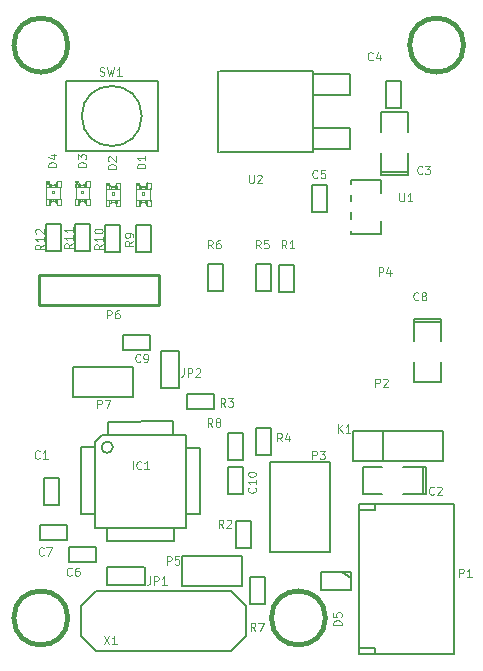
<source format=gto>
G04 (created by PCBNEW (2013-03-19 BZR 4004)-stable) date 11/06/2013 19:40:29*
%MOIN*%
G04 Gerber Fmt 3.4, Leading zero omitted, Abs format*
%FSLAX34Y34*%
G01*
G70*
G90*
G04 APERTURE LIST*
%ADD10C,2.3622e-006*%
%ADD11C,0.006*%
%ADD12C,0.005*%
%ADD13C,0.0026*%
%ADD14C,0.004*%
%ADD15C,0.002*%
%ADD16C,0.008*%
%ADD17C,0.015*%
%ADD18C,0.01*%
%ADD19C,0.00787402*%
%ADD20C,0.0075*%
%ADD21C,0.00393701*%
G04 APERTURE END LIST*
G54D10*
G54D11*
X44568Y-39600D02*
X44118Y-39600D01*
X44568Y-37420D02*
X44128Y-37420D01*
X44568Y-39600D02*
X44568Y-37420D01*
X43688Y-40070D02*
X43688Y-40500D01*
X41478Y-40080D02*
X41478Y-40500D01*
X41468Y-40500D02*
X43688Y-40510D01*
X41488Y-36530D02*
X43658Y-36520D01*
X41058Y-37220D02*
X41058Y-40050D01*
X43668Y-36530D02*
X43668Y-36940D01*
X41308Y-36980D02*
X44088Y-36980D01*
X44108Y-40060D02*
X44108Y-37020D01*
X41058Y-40060D02*
X44058Y-40060D01*
X40608Y-37390D02*
X40608Y-39610D01*
X40608Y-39610D02*
X41058Y-39610D01*
X41062Y-37210D02*
X41292Y-36980D01*
X40610Y-37390D02*
X41062Y-37390D01*
X41488Y-36980D02*
X41488Y-36528D01*
X41658Y-37384D02*
G75*
G03X41658Y-37384I-188J0D01*
G74*
G01*
G54D12*
X51986Y-38956D02*
X52086Y-38956D01*
X52086Y-38956D02*
X52086Y-38056D01*
X52086Y-38056D02*
X51986Y-38056D01*
X51986Y-38956D02*
X51986Y-38056D01*
X51986Y-38056D02*
X51336Y-38056D01*
X50636Y-38956D02*
X49986Y-38956D01*
X49986Y-38956D02*
X49986Y-38056D01*
X49986Y-38056D02*
X50636Y-38056D01*
X51336Y-38956D02*
X51986Y-38956D01*
X50590Y-28210D02*
X50590Y-28310D01*
X50590Y-28310D02*
X51490Y-28310D01*
X51490Y-28310D02*
X51490Y-28210D01*
X50590Y-28210D02*
X51490Y-28210D01*
X51490Y-28210D02*
X51490Y-27560D01*
X50590Y-26860D02*
X50590Y-26210D01*
X50590Y-26210D02*
X51490Y-26210D01*
X51490Y-26210D02*
X51490Y-26860D01*
X50590Y-27560D02*
X50590Y-28210D01*
X39356Y-39312D02*
X39356Y-38412D01*
X39356Y-38412D02*
X39856Y-38412D01*
X39856Y-38412D02*
X39856Y-39312D01*
X39856Y-39312D02*
X39356Y-39312D01*
X51260Y-25180D02*
X51260Y-26080D01*
X51260Y-26080D02*
X50760Y-26080D01*
X50760Y-26080D02*
X50760Y-25180D01*
X50760Y-25180D02*
X51260Y-25180D01*
X48800Y-28630D02*
X48800Y-29530D01*
X48800Y-29530D02*
X48300Y-29530D01*
X48300Y-29530D02*
X48300Y-28630D01*
X48300Y-28630D02*
X48800Y-28630D01*
X40192Y-40702D02*
X41092Y-40702D01*
X41092Y-40702D02*
X41092Y-41202D01*
X41092Y-41202D02*
X40192Y-41202D01*
X40192Y-41202D02*
X40192Y-40702D01*
X40140Y-40486D02*
X39240Y-40486D01*
X39240Y-40486D02*
X39240Y-39986D01*
X39240Y-39986D02*
X40140Y-39986D01*
X40140Y-39986D02*
X40140Y-40486D01*
X47196Y-32210D02*
X47196Y-31310D01*
X47196Y-31310D02*
X47696Y-31310D01*
X47696Y-31310D02*
X47696Y-32210D01*
X47696Y-32210D02*
X47196Y-32210D01*
X46250Y-39838D02*
X46250Y-40738D01*
X46250Y-40738D02*
X45750Y-40738D01*
X45750Y-40738D02*
X45750Y-39838D01*
X45750Y-39838D02*
X46250Y-39838D01*
X44140Y-35620D02*
X45040Y-35620D01*
X45040Y-35620D02*
X45040Y-36120D01*
X45040Y-36120D02*
X44140Y-36120D01*
X44140Y-36120D02*
X44140Y-35620D01*
X46434Y-37634D02*
X46434Y-36734D01*
X46434Y-36734D02*
X46934Y-36734D01*
X46934Y-36734D02*
X46934Y-37634D01*
X46934Y-37634D02*
X46434Y-37634D01*
X46416Y-32190D02*
X46416Y-31290D01*
X46416Y-31290D02*
X46916Y-31290D01*
X46916Y-31290D02*
X46916Y-32190D01*
X46916Y-32190D02*
X46416Y-32190D01*
X44838Y-32188D02*
X44838Y-31288D01*
X44838Y-31288D02*
X45338Y-31288D01*
X45338Y-31288D02*
X45338Y-32188D01*
X45338Y-32188D02*
X44838Y-32188D01*
G54D13*
X42788Y-28764D02*
X42916Y-28764D01*
X42916Y-28764D02*
X42916Y-28567D01*
X42788Y-28567D02*
X42916Y-28567D01*
X42788Y-28764D02*
X42788Y-28567D01*
X42543Y-28764D02*
X42602Y-28764D01*
X42602Y-28764D02*
X42602Y-28665D01*
X42543Y-28665D02*
X42602Y-28665D01*
X42543Y-28764D02*
X42543Y-28665D01*
X42738Y-28764D02*
X42797Y-28764D01*
X42797Y-28764D02*
X42797Y-28665D01*
X42738Y-28665D02*
X42797Y-28665D01*
X42738Y-28764D02*
X42738Y-28665D01*
X42592Y-28764D02*
X42748Y-28764D01*
X42748Y-28764D02*
X42748Y-28695D01*
X42592Y-28695D02*
X42748Y-28695D01*
X42592Y-28764D02*
X42592Y-28695D01*
X42788Y-29353D02*
X42916Y-29353D01*
X42916Y-29353D02*
X42916Y-29156D01*
X42788Y-29156D02*
X42916Y-29156D01*
X42788Y-29353D02*
X42788Y-29156D01*
X42424Y-29353D02*
X42552Y-29353D01*
X42552Y-29353D02*
X42552Y-29156D01*
X42424Y-29156D02*
X42552Y-29156D01*
X42424Y-29353D02*
X42424Y-29156D01*
X42738Y-29255D02*
X42797Y-29255D01*
X42797Y-29255D02*
X42797Y-29156D01*
X42738Y-29156D02*
X42797Y-29156D01*
X42738Y-29255D02*
X42738Y-29156D01*
X42543Y-29255D02*
X42602Y-29255D01*
X42602Y-29255D02*
X42602Y-29156D01*
X42543Y-29156D02*
X42602Y-29156D01*
X42543Y-29255D02*
X42543Y-29156D01*
X42592Y-29225D02*
X42748Y-29225D01*
X42748Y-29225D02*
X42748Y-29156D01*
X42592Y-29156D02*
X42748Y-29156D01*
X42592Y-29225D02*
X42592Y-29156D01*
X42631Y-28960D02*
X42709Y-28960D01*
X42709Y-28960D02*
X42709Y-28882D01*
X42631Y-28882D02*
X42709Y-28882D01*
X42631Y-28960D02*
X42631Y-28882D01*
X42434Y-28764D02*
X42552Y-28764D01*
X42552Y-28764D02*
X42552Y-28646D01*
X42434Y-28646D02*
X42552Y-28646D01*
X42434Y-28764D02*
X42434Y-28646D01*
X42424Y-28596D02*
X42513Y-28596D01*
X42513Y-28596D02*
X42513Y-28567D01*
X42424Y-28567D02*
X42513Y-28567D01*
X42424Y-28596D02*
X42424Y-28567D01*
G54D14*
X42896Y-28754D02*
X42896Y-29166D01*
X42444Y-29156D02*
X42444Y-28596D01*
G54D15*
X42521Y-28626D02*
G75*
G03X42521Y-28626I-28J0D01*
G74*
G01*
G54D14*
X42533Y-28567D02*
G75*
G03X42807Y-28567I137J0D01*
G74*
G01*
X42807Y-29353D02*
G75*
G03X42533Y-29353I-137J0D01*
G74*
G01*
G54D13*
X41778Y-28764D02*
X41906Y-28764D01*
X41906Y-28764D02*
X41906Y-28567D01*
X41778Y-28567D02*
X41906Y-28567D01*
X41778Y-28764D02*
X41778Y-28567D01*
X41533Y-28764D02*
X41592Y-28764D01*
X41592Y-28764D02*
X41592Y-28665D01*
X41533Y-28665D02*
X41592Y-28665D01*
X41533Y-28764D02*
X41533Y-28665D01*
X41728Y-28764D02*
X41787Y-28764D01*
X41787Y-28764D02*
X41787Y-28665D01*
X41728Y-28665D02*
X41787Y-28665D01*
X41728Y-28764D02*
X41728Y-28665D01*
X41582Y-28764D02*
X41738Y-28764D01*
X41738Y-28764D02*
X41738Y-28695D01*
X41582Y-28695D02*
X41738Y-28695D01*
X41582Y-28764D02*
X41582Y-28695D01*
X41778Y-29353D02*
X41906Y-29353D01*
X41906Y-29353D02*
X41906Y-29156D01*
X41778Y-29156D02*
X41906Y-29156D01*
X41778Y-29353D02*
X41778Y-29156D01*
X41414Y-29353D02*
X41542Y-29353D01*
X41542Y-29353D02*
X41542Y-29156D01*
X41414Y-29156D02*
X41542Y-29156D01*
X41414Y-29353D02*
X41414Y-29156D01*
X41728Y-29255D02*
X41787Y-29255D01*
X41787Y-29255D02*
X41787Y-29156D01*
X41728Y-29156D02*
X41787Y-29156D01*
X41728Y-29255D02*
X41728Y-29156D01*
X41533Y-29255D02*
X41592Y-29255D01*
X41592Y-29255D02*
X41592Y-29156D01*
X41533Y-29156D02*
X41592Y-29156D01*
X41533Y-29255D02*
X41533Y-29156D01*
X41582Y-29225D02*
X41738Y-29225D01*
X41738Y-29225D02*
X41738Y-29156D01*
X41582Y-29156D02*
X41738Y-29156D01*
X41582Y-29225D02*
X41582Y-29156D01*
X41621Y-28960D02*
X41699Y-28960D01*
X41699Y-28960D02*
X41699Y-28882D01*
X41621Y-28882D02*
X41699Y-28882D01*
X41621Y-28960D02*
X41621Y-28882D01*
X41424Y-28764D02*
X41542Y-28764D01*
X41542Y-28764D02*
X41542Y-28646D01*
X41424Y-28646D02*
X41542Y-28646D01*
X41424Y-28764D02*
X41424Y-28646D01*
X41414Y-28596D02*
X41503Y-28596D01*
X41503Y-28596D02*
X41503Y-28567D01*
X41414Y-28567D02*
X41503Y-28567D01*
X41414Y-28596D02*
X41414Y-28567D01*
G54D14*
X41886Y-28754D02*
X41886Y-29166D01*
X41434Y-29156D02*
X41434Y-28596D01*
G54D15*
X41511Y-28626D02*
G75*
G03X41511Y-28626I-28J0D01*
G74*
G01*
G54D14*
X41523Y-28567D02*
G75*
G03X41797Y-28567I137J0D01*
G74*
G01*
X41797Y-29353D02*
G75*
G03X41523Y-29353I-137J0D01*
G74*
G01*
G54D13*
X40758Y-28714D02*
X40886Y-28714D01*
X40886Y-28714D02*
X40886Y-28517D01*
X40758Y-28517D02*
X40886Y-28517D01*
X40758Y-28714D02*
X40758Y-28517D01*
X40513Y-28714D02*
X40572Y-28714D01*
X40572Y-28714D02*
X40572Y-28615D01*
X40513Y-28615D02*
X40572Y-28615D01*
X40513Y-28714D02*
X40513Y-28615D01*
X40708Y-28714D02*
X40767Y-28714D01*
X40767Y-28714D02*
X40767Y-28615D01*
X40708Y-28615D02*
X40767Y-28615D01*
X40708Y-28714D02*
X40708Y-28615D01*
X40562Y-28714D02*
X40718Y-28714D01*
X40718Y-28714D02*
X40718Y-28645D01*
X40562Y-28645D02*
X40718Y-28645D01*
X40562Y-28714D02*
X40562Y-28645D01*
X40758Y-29303D02*
X40886Y-29303D01*
X40886Y-29303D02*
X40886Y-29106D01*
X40758Y-29106D02*
X40886Y-29106D01*
X40758Y-29303D02*
X40758Y-29106D01*
X40394Y-29303D02*
X40522Y-29303D01*
X40522Y-29303D02*
X40522Y-29106D01*
X40394Y-29106D02*
X40522Y-29106D01*
X40394Y-29303D02*
X40394Y-29106D01*
X40708Y-29205D02*
X40767Y-29205D01*
X40767Y-29205D02*
X40767Y-29106D01*
X40708Y-29106D02*
X40767Y-29106D01*
X40708Y-29205D02*
X40708Y-29106D01*
X40513Y-29205D02*
X40572Y-29205D01*
X40572Y-29205D02*
X40572Y-29106D01*
X40513Y-29106D02*
X40572Y-29106D01*
X40513Y-29205D02*
X40513Y-29106D01*
X40562Y-29175D02*
X40718Y-29175D01*
X40718Y-29175D02*
X40718Y-29106D01*
X40562Y-29106D02*
X40718Y-29106D01*
X40562Y-29175D02*
X40562Y-29106D01*
X40601Y-28910D02*
X40679Y-28910D01*
X40679Y-28910D02*
X40679Y-28832D01*
X40601Y-28832D02*
X40679Y-28832D01*
X40601Y-28910D02*
X40601Y-28832D01*
X40404Y-28714D02*
X40522Y-28714D01*
X40522Y-28714D02*
X40522Y-28596D01*
X40404Y-28596D02*
X40522Y-28596D01*
X40404Y-28714D02*
X40404Y-28596D01*
X40394Y-28546D02*
X40483Y-28546D01*
X40483Y-28546D02*
X40483Y-28517D01*
X40394Y-28517D02*
X40483Y-28517D01*
X40394Y-28546D02*
X40394Y-28517D01*
G54D14*
X40866Y-28704D02*
X40866Y-29116D01*
X40414Y-29106D02*
X40414Y-28546D01*
G54D15*
X40491Y-28576D02*
G75*
G03X40491Y-28576I-28J0D01*
G74*
G01*
G54D14*
X40503Y-28517D02*
G75*
G03X40777Y-28517I137J0D01*
G74*
G01*
X40777Y-29303D02*
G75*
G03X40503Y-29303I-137J0D01*
G74*
G01*
G54D12*
X43157Y-27523D02*
X40087Y-27523D01*
X40087Y-25161D02*
X43157Y-25161D01*
X40087Y-25161D02*
X40087Y-27523D01*
X43157Y-27523D02*
X43157Y-25161D01*
X42622Y-26342D02*
G75*
G03X42622Y-26342I-1000J0D01*
G74*
G01*
X52590Y-33200D02*
X52590Y-33100D01*
X52590Y-33100D02*
X51690Y-33100D01*
X51690Y-33100D02*
X51690Y-33200D01*
X52590Y-33200D02*
X51690Y-33200D01*
X51690Y-33200D02*
X51690Y-33850D01*
X52590Y-34550D02*
X52590Y-35200D01*
X52590Y-35200D02*
X51690Y-35200D01*
X51690Y-35200D02*
X51690Y-34550D01*
X52590Y-33850D02*
X52590Y-33200D01*
X45500Y-38956D02*
X45500Y-38056D01*
X45500Y-38056D02*
X46000Y-38056D01*
X46000Y-38056D02*
X46000Y-38956D01*
X46000Y-38956D02*
X45500Y-38956D01*
X42906Y-34152D02*
X42006Y-34152D01*
X42006Y-34152D02*
X42006Y-33652D01*
X42006Y-33652D02*
X42906Y-33652D01*
X42906Y-33652D02*
X42906Y-34152D01*
X46744Y-41712D02*
X46744Y-42612D01*
X46744Y-42612D02*
X46244Y-42612D01*
X46244Y-42612D02*
X46244Y-41712D01*
X46244Y-41712D02*
X46744Y-41712D01*
X45990Y-36920D02*
X45990Y-37820D01*
X45990Y-37820D02*
X45490Y-37820D01*
X45490Y-37820D02*
X45490Y-36920D01*
X45490Y-36920D02*
X45990Y-36920D01*
X42438Y-30874D02*
X42438Y-29974D01*
X42438Y-29974D02*
X42938Y-29974D01*
X42938Y-29974D02*
X42938Y-30874D01*
X42938Y-30874D02*
X42438Y-30874D01*
X41410Y-30874D02*
X41410Y-29974D01*
X41410Y-29974D02*
X41910Y-29974D01*
X41910Y-29974D02*
X41910Y-30874D01*
X41910Y-30874D02*
X41410Y-30874D01*
X40394Y-30858D02*
X40394Y-29958D01*
X40394Y-29958D02*
X40894Y-29958D01*
X40894Y-29958D02*
X40894Y-30858D01*
X40894Y-30858D02*
X40394Y-30858D01*
G54D16*
X48910Y-37890D02*
X48910Y-40890D01*
X46910Y-40890D02*
X46910Y-37890D01*
X46910Y-37890D02*
X48910Y-37890D01*
X48910Y-40890D02*
X46910Y-40890D01*
G54D17*
X53349Y-23980D02*
G75*
G03X53349Y-23980I-900J0D01*
G74*
G01*
X48742Y-43074D02*
G75*
G03X48742Y-43074I-900J0D01*
G74*
G01*
X40156Y-43074D02*
G75*
G03X40156Y-43074I-900J0D01*
G74*
G01*
X40160Y-23980D02*
G75*
G03X40160Y-23980I-900J0D01*
G74*
G01*
G54D11*
X40592Y-42672D02*
X41092Y-42172D01*
X45592Y-42172D02*
X46092Y-42672D01*
X46092Y-43672D02*
X45592Y-44172D01*
X40592Y-43672D02*
X41092Y-44172D01*
X41092Y-42172D02*
X45592Y-42172D01*
X40592Y-42672D02*
X40592Y-43672D01*
X41092Y-44172D02*
X45592Y-44172D01*
X46092Y-43672D02*
X46092Y-42672D01*
X43970Y-42000D02*
X43970Y-41000D01*
X43970Y-41000D02*
X45970Y-41000D01*
X45970Y-41000D02*
X45970Y-42000D01*
X45970Y-42000D02*
X43970Y-42000D01*
G54D12*
X39414Y-30856D02*
X39414Y-29956D01*
X39414Y-29956D02*
X39914Y-29956D01*
X39914Y-29956D02*
X39914Y-30856D01*
X39914Y-30856D02*
X39414Y-30856D01*
G54D18*
X39194Y-31652D02*
X43194Y-31652D01*
X39194Y-32652D02*
X43194Y-32652D01*
X43194Y-32652D02*
X43194Y-31652D01*
X39194Y-31652D02*
X39194Y-32652D01*
G54D13*
X39788Y-28718D02*
X39916Y-28718D01*
X39916Y-28718D02*
X39916Y-28521D01*
X39788Y-28521D02*
X39916Y-28521D01*
X39788Y-28718D02*
X39788Y-28521D01*
X39543Y-28718D02*
X39602Y-28718D01*
X39602Y-28718D02*
X39602Y-28619D01*
X39543Y-28619D02*
X39602Y-28619D01*
X39543Y-28718D02*
X39543Y-28619D01*
X39738Y-28718D02*
X39797Y-28718D01*
X39797Y-28718D02*
X39797Y-28619D01*
X39738Y-28619D02*
X39797Y-28619D01*
X39738Y-28718D02*
X39738Y-28619D01*
X39592Y-28718D02*
X39748Y-28718D01*
X39748Y-28718D02*
X39748Y-28649D01*
X39592Y-28649D02*
X39748Y-28649D01*
X39592Y-28718D02*
X39592Y-28649D01*
X39788Y-29307D02*
X39916Y-29307D01*
X39916Y-29307D02*
X39916Y-29110D01*
X39788Y-29110D02*
X39916Y-29110D01*
X39788Y-29307D02*
X39788Y-29110D01*
X39424Y-29307D02*
X39552Y-29307D01*
X39552Y-29307D02*
X39552Y-29110D01*
X39424Y-29110D02*
X39552Y-29110D01*
X39424Y-29307D02*
X39424Y-29110D01*
X39738Y-29209D02*
X39797Y-29209D01*
X39797Y-29209D02*
X39797Y-29110D01*
X39738Y-29110D02*
X39797Y-29110D01*
X39738Y-29209D02*
X39738Y-29110D01*
X39543Y-29209D02*
X39602Y-29209D01*
X39602Y-29209D02*
X39602Y-29110D01*
X39543Y-29110D02*
X39602Y-29110D01*
X39543Y-29209D02*
X39543Y-29110D01*
X39592Y-29179D02*
X39748Y-29179D01*
X39748Y-29179D02*
X39748Y-29110D01*
X39592Y-29110D02*
X39748Y-29110D01*
X39592Y-29179D02*
X39592Y-29110D01*
X39631Y-28914D02*
X39709Y-28914D01*
X39709Y-28914D02*
X39709Y-28836D01*
X39631Y-28836D02*
X39709Y-28836D01*
X39631Y-28914D02*
X39631Y-28836D01*
X39434Y-28718D02*
X39552Y-28718D01*
X39552Y-28718D02*
X39552Y-28600D01*
X39434Y-28600D02*
X39552Y-28600D01*
X39434Y-28718D02*
X39434Y-28600D01*
X39424Y-28550D02*
X39513Y-28550D01*
X39513Y-28550D02*
X39513Y-28521D01*
X39424Y-28521D02*
X39513Y-28521D01*
X39424Y-28550D02*
X39424Y-28521D01*
G54D14*
X39896Y-28708D02*
X39896Y-29120D01*
X39444Y-29110D02*
X39444Y-28550D01*
G54D15*
X39521Y-28580D02*
G75*
G03X39521Y-28580I-28J0D01*
G74*
G01*
G54D14*
X39533Y-28521D02*
G75*
G03X39807Y-28521I137J0D01*
G74*
G01*
X39807Y-29307D02*
G75*
G03X39533Y-29307I-137J0D01*
G74*
G01*
G54D12*
X42709Y-41380D02*
X41479Y-41380D01*
X42709Y-41980D02*
X41479Y-41980D01*
X41479Y-41980D02*
X41479Y-41380D01*
X42714Y-41380D02*
X42714Y-41980D01*
X48330Y-25626D02*
X49580Y-25626D01*
X49580Y-25626D02*
X49580Y-24926D01*
X49580Y-24926D02*
X48330Y-24926D01*
X48330Y-27426D02*
X49580Y-27426D01*
X49580Y-27426D02*
X49580Y-26726D01*
X49580Y-26726D02*
X48330Y-26726D01*
X45930Y-24826D02*
X48330Y-24826D01*
X48330Y-24826D02*
X48330Y-27526D01*
X48330Y-27526D02*
X45230Y-27526D01*
X45180Y-27526D02*
X45180Y-24826D01*
X45230Y-24826D02*
X45930Y-24826D01*
G54D11*
X42342Y-34718D02*
X42342Y-35718D01*
X42342Y-35718D02*
X40342Y-35718D01*
X40342Y-35718D02*
X40342Y-34718D01*
X40342Y-34718D02*
X42342Y-34718D01*
G54D12*
X43860Y-35391D02*
X43860Y-34161D01*
X43260Y-35391D02*
X43260Y-34161D01*
X43260Y-34161D02*
X43860Y-34161D01*
X43860Y-35396D02*
X43260Y-35396D01*
G54D11*
X49678Y-37832D02*
X49678Y-36832D01*
X49678Y-36832D02*
X52678Y-36832D01*
X52678Y-36832D02*
X52678Y-37832D01*
X52678Y-37832D02*
X49678Y-37832D01*
X50678Y-36832D02*
X50678Y-37832D01*
G54D19*
X50410Y-44070D02*
X50410Y-44270D01*
X50410Y-44070D02*
X49850Y-44070D01*
X50410Y-39270D02*
X50410Y-39470D01*
X50410Y-39470D02*
X49850Y-39470D01*
X49850Y-39270D02*
X53030Y-39270D01*
X53030Y-39270D02*
X53030Y-44270D01*
X53030Y-44270D02*
X49850Y-44270D01*
X49850Y-44270D02*
X49850Y-39270D01*
G54D12*
X49284Y-41546D02*
X49584Y-41746D01*
X48584Y-41546D02*
X49609Y-41546D01*
X49609Y-41546D02*
X49609Y-42146D01*
X49609Y-42146D02*
X48584Y-42146D01*
X48584Y-42146D02*
X48584Y-41546D01*
G54D20*
X49588Y-30167D02*
X49588Y-30286D01*
X49588Y-29537D02*
X49588Y-29774D01*
X49588Y-28986D02*
X49588Y-29183D01*
X49588Y-28474D02*
X49588Y-28593D01*
X50612Y-28908D02*
X50612Y-28474D01*
X50612Y-29852D02*
X50612Y-30286D01*
X49588Y-30286D02*
X50612Y-30286D01*
X50612Y-28474D02*
X49588Y-28474D01*
G54D21*
X50406Y-35371D02*
X50406Y-35095D01*
X50511Y-35095D01*
X50537Y-35109D01*
X50550Y-35122D01*
X50564Y-35148D01*
X50564Y-35187D01*
X50550Y-35214D01*
X50537Y-35227D01*
X50511Y-35240D01*
X50406Y-35240D01*
X50669Y-35122D02*
X50682Y-35109D01*
X50708Y-35095D01*
X50774Y-35095D01*
X50800Y-35109D01*
X50813Y-35122D01*
X50826Y-35148D01*
X50826Y-35174D01*
X50813Y-35214D01*
X50655Y-35371D01*
X50826Y-35371D01*
X42318Y-38121D02*
X42318Y-37845D01*
X42607Y-38095D02*
X42594Y-38108D01*
X42555Y-38121D01*
X42528Y-38121D01*
X42489Y-38108D01*
X42463Y-38082D01*
X42450Y-38055D01*
X42437Y-38003D01*
X42437Y-37964D01*
X42450Y-37911D01*
X42463Y-37885D01*
X42489Y-37859D01*
X42528Y-37845D01*
X42555Y-37845D01*
X42594Y-37859D01*
X42607Y-37872D01*
X42870Y-38121D02*
X42712Y-38121D01*
X42791Y-38121D02*
X42791Y-37845D01*
X42765Y-37885D01*
X42738Y-37911D01*
X42712Y-37924D01*
X52364Y-38945D02*
X52350Y-38958D01*
X52311Y-38971D01*
X52285Y-38971D01*
X52245Y-38958D01*
X52219Y-38932D01*
X52206Y-38905D01*
X52193Y-38853D01*
X52193Y-38814D01*
X52206Y-38761D01*
X52219Y-38735D01*
X52245Y-38709D01*
X52285Y-38695D01*
X52311Y-38695D01*
X52350Y-38709D01*
X52364Y-38722D01*
X52469Y-38722D02*
X52482Y-38709D01*
X52508Y-38695D01*
X52574Y-38695D01*
X52600Y-38709D01*
X52613Y-38722D01*
X52626Y-38748D01*
X52626Y-38774D01*
X52613Y-38814D01*
X52455Y-38971D01*
X52626Y-38971D01*
X51974Y-28255D02*
X51960Y-28268D01*
X51921Y-28281D01*
X51895Y-28281D01*
X51855Y-28268D01*
X51829Y-28242D01*
X51816Y-28215D01*
X51803Y-28163D01*
X51803Y-28124D01*
X51816Y-28071D01*
X51829Y-28045D01*
X51855Y-28019D01*
X51895Y-28005D01*
X51921Y-28005D01*
X51960Y-28019D01*
X51974Y-28032D01*
X52065Y-28005D02*
X52236Y-28005D01*
X52144Y-28110D01*
X52184Y-28110D01*
X52210Y-28124D01*
X52223Y-28137D01*
X52236Y-28163D01*
X52236Y-28229D01*
X52223Y-28255D01*
X52210Y-28268D01*
X52184Y-28281D01*
X52105Y-28281D01*
X52079Y-28268D01*
X52065Y-28255D01*
X39222Y-37741D02*
X39208Y-37754D01*
X39169Y-37767D01*
X39143Y-37767D01*
X39103Y-37754D01*
X39077Y-37728D01*
X39064Y-37701D01*
X39051Y-37649D01*
X39051Y-37610D01*
X39064Y-37557D01*
X39077Y-37531D01*
X39103Y-37505D01*
X39143Y-37491D01*
X39169Y-37491D01*
X39208Y-37505D01*
X39222Y-37518D01*
X39484Y-37767D02*
X39327Y-37767D01*
X39405Y-37767D02*
X39405Y-37491D01*
X39379Y-37531D01*
X39353Y-37557D01*
X39327Y-37570D01*
X50324Y-24465D02*
X50310Y-24478D01*
X50271Y-24491D01*
X50245Y-24491D01*
X50205Y-24478D01*
X50179Y-24452D01*
X50166Y-24425D01*
X50153Y-24373D01*
X50153Y-24334D01*
X50166Y-24281D01*
X50179Y-24255D01*
X50205Y-24229D01*
X50245Y-24215D01*
X50271Y-24215D01*
X50310Y-24229D01*
X50324Y-24242D01*
X50560Y-24307D02*
X50560Y-24491D01*
X50494Y-24202D02*
X50429Y-24399D01*
X50599Y-24399D01*
X48480Y-28391D02*
X48466Y-28404D01*
X48427Y-28417D01*
X48401Y-28417D01*
X48361Y-28404D01*
X48335Y-28378D01*
X48322Y-28351D01*
X48309Y-28299D01*
X48309Y-28260D01*
X48322Y-28207D01*
X48335Y-28181D01*
X48361Y-28155D01*
X48401Y-28141D01*
X48427Y-28141D01*
X48466Y-28155D01*
X48480Y-28168D01*
X48729Y-28141D02*
X48598Y-28141D01*
X48585Y-28273D01*
X48598Y-28260D01*
X48624Y-28246D01*
X48690Y-28246D01*
X48716Y-28260D01*
X48729Y-28273D01*
X48742Y-28299D01*
X48742Y-28365D01*
X48729Y-28391D01*
X48716Y-28404D01*
X48690Y-28417D01*
X48624Y-28417D01*
X48598Y-28404D01*
X48585Y-28391D01*
X40288Y-41643D02*
X40274Y-41656D01*
X40235Y-41669D01*
X40209Y-41669D01*
X40169Y-41656D01*
X40143Y-41630D01*
X40130Y-41603D01*
X40117Y-41551D01*
X40117Y-41512D01*
X40130Y-41459D01*
X40143Y-41433D01*
X40169Y-41407D01*
X40209Y-41393D01*
X40235Y-41393D01*
X40274Y-41407D01*
X40288Y-41420D01*
X40524Y-41393D02*
X40471Y-41393D01*
X40445Y-41407D01*
X40432Y-41420D01*
X40406Y-41459D01*
X40393Y-41512D01*
X40393Y-41617D01*
X40406Y-41643D01*
X40419Y-41656D01*
X40445Y-41669D01*
X40498Y-41669D01*
X40524Y-41656D01*
X40537Y-41643D01*
X40550Y-41617D01*
X40550Y-41551D01*
X40537Y-41525D01*
X40524Y-41512D01*
X40498Y-41498D01*
X40445Y-41498D01*
X40419Y-41512D01*
X40406Y-41525D01*
X40393Y-41551D01*
X39354Y-40969D02*
X39340Y-40982D01*
X39301Y-40995D01*
X39275Y-40995D01*
X39235Y-40982D01*
X39209Y-40956D01*
X39196Y-40929D01*
X39183Y-40877D01*
X39183Y-40838D01*
X39196Y-40785D01*
X39209Y-40759D01*
X39235Y-40733D01*
X39275Y-40719D01*
X39301Y-40719D01*
X39340Y-40733D01*
X39354Y-40746D01*
X39445Y-40719D02*
X39629Y-40719D01*
X39511Y-40995D01*
X47442Y-30757D02*
X47350Y-30626D01*
X47284Y-30757D02*
X47284Y-30481D01*
X47389Y-30481D01*
X47415Y-30495D01*
X47428Y-30508D01*
X47442Y-30534D01*
X47442Y-30573D01*
X47428Y-30600D01*
X47415Y-30613D01*
X47389Y-30626D01*
X47284Y-30626D01*
X47704Y-30757D02*
X47547Y-30757D01*
X47625Y-30757D02*
X47625Y-30481D01*
X47599Y-30521D01*
X47573Y-30547D01*
X47547Y-30560D01*
X45344Y-40069D02*
X45252Y-39938D01*
X45186Y-40069D02*
X45186Y-39793D01*
X45291Y-39793D01*
X45317Y-39807D01*
X45330Y-39820D01*
X45344Y-39846D01*
X45344Y-39885D01*
X45330Y-39912D01*
X45317Y-39925D01*
X45291Y-39938D01*
X45186Y-39938D01*
X45449Y-39820D02*
X45462Y-39807D01*
X45488Y-39793D01*
X45554Y-39793D01*
X45580Y-39807D01*
X45593Y-39820D01*
X45606Y-39846D01*
X45606Y-39872D01*
X45593Y-39912D01*
X45435Y-40069D01*
X45606Y-40069D01*
X45406Y-36029D02*
X45314Y-35898D01*
X45248Y-36029D02*
X45248Y-35753D01*
X45353Y-35753D01*
X45379Y-35767D01*
X45392Y-35780D01*
X45406Y-35806D01*
X45406Y-35845D01*
X45392Y-35872D01*
X45379Y-35885D01*
X45353Y-35898D01*
X45248Y-35898D01*
X45497Y-35753D02*
X45668Y-35753D01*
X45576Y-35858D01*
X45616Y-35858D01*
X45642Y-35872D01*
X45655Y-35885D01*
X45668Y-35911D01*
X45668Y-35977D01*
X45655Y-36003D01*
X45642Y-36016D01*
X45616Y-36029D01*
X45537Y-36029D01*
X45511Y-36016D01*
X45497Y-36003D01*
X47302Y-37191D02*
X47210Y-37060D01*
X47144Y-37191D02*
X47144Y-36915D01*
X47249Y-36915D01*
X47275Y-36929D01*
X47288Y-36942D01*
X47302Y-36968D01*
X47302Y-37007D01*
X47288Y-37034D01*
X47275Y-37047D01*
X47249Y-37060D01*
X47144Y-37060D01*
X47538Y-37007D02*
X47538Y-37191D01*
X47472Y-36902D02*
X47407Y-37099D01*
X47577Y-37099D01*
X46588Y-30757D02*
X46496Y-30626D01*
X46430Y-30757D02*
X46430Y-30481D01*
X46535Y-30481D01*
X46561Y-30495D01*
X46574Y-30508D01*
X46588Y-30534D01*
X46588Y-30573D01*
X46574Y-30600D01*
X46561Y-30613D01*
X46535Y-30626D01*
X46430Y-30626D01*
X46837Y-30481D02*
X46706Y-30481D01*
X46693Y-30613D01*
X46706Y-30600D01*
X46732Y-30586D01*
X46798Y-30586D01*
X46824Y-30600D01*
X46837Y-30613D01*
X46850Y-30639D01*
X46850Y-30705D01*
X46837Y-30731D01*
X46824Y-30744D01*
X46798Y-30757D01*
X46732Y-30757D01*
X46706Y-30744D01*
X46693Y-30731D01*
X44992Y-30757D02*
X44900Y-30626D01*
X44834Y-30757D02*
X44834Y-30481D01*
X44939Y-30481D01*
X44965Y-30495D01*
X44978Y-30508D01*
X44992Y-30534D01*
X44992Y-30573D01*
X44978Y-30600D01*
X44965Y-30613D01*
X44939Y-30626D01*
X44834Y-30626D01*
X45228Y-30481D02*
X45175Y-30481D01*
X45149Y-30495D01*
X45136Y-30508D01*
X45110Y-30547D01*
X45097Y-30600D01*
X45097Y-30705D01*
X45110Y-30731D01*
X45123Y-30744D01*
X45149Y-30757D01*
X45202Y-30757D01*
X45228Y-30744D01*
X45241Y-30731D01*
X45254Y-30705D01*
X45254Y-30639D01*
X45241Y-30613D01*
X45228Y-30600D01*
X45202Y-30586D01*
X45149Y-30586D01*
X45123Y-30600D01*
X45110Y-30613D01*
X45097Y-30639D01*
X42745Y-28087D02*
X42469Y-28087D01*
X42469Y-28021D01*
X42483Y-27982D01*
X42509Y-27956D01*
X42535Y-27943D01*
X42588Y-27929D01*
X42627Y-27929D01*
X42679Y-27943D01*
X42706Y-27956D01*
X42732Y-27982D01*
X42745Y-28021D01*
X42745Y-28087D01*
X42745Y-27667D02*
X42745Y-27824D01*
X42745Y-27746D02*
X42469Y-27746D01*
X42509Y-27772D01*
X42535Y-27798D01*
X42548Y-27824D01*
X41769Y-28111D02*
X41493Y-28111D01*
X41493Y-28045D01*
X41507Y-28006D01*
X41533Y-27980D01*
X41559Y-27967D01*
X41612Y-27953D01*
X41651Y-27953D01*
X41703Y-27967D01*
X41730Y-27980D01*
X41756Y-28006D01*
X41769Y-28045D01*
X41769Y-28111D01*
X41520Y-27848D02*
X41507Y-27835D01*
X41493Y-27809D01*
X41493Y-27743D01*
X41507Y-27717D01*
X41520Y-27704D01*
X41546Y-27691D01*
X41572Y-27691D01*
X41612Y-27704D01*
X41769Y-27862D01*
X41769Y-27691D01*
X40763Y-28041D02*
X40487Y-28041D01*
X40487Y-27975D01*
X40501Y-27936D01*
X40527Y-27910D01*
X40553Y-27897D01*
X40606Y-27883D01*
X40645Y-27883D01*
X40697Y-27897D01*
X40724Y-27910D01*
X40750Y-27936D01*
X40763Y-27975D01*
X40763Y-28041D01*
X40487Y-27792D02*
X40487Y-27621D01*
X40592Y-27713D01*
X40592Y-27673D01*
X40606Y-27647D01*
X40619Y-27634D01*
X40645Y-27621D01*
X40711Y-27621D01*
X40737Y-27634D01*
X40750Y-27647D01*
X40763Y-27673D01*
X40763Y-27752D01*
X40750Y-27778D01*
X40737Y-27792D01*
X41218Y-24988D02*
X41257Y-25001D01*
X41323Y-25001D01*
X41349Y-24988D01*
X41362Y-24975D01*
X41376Y-24949D01*
X41376Y-24922D01*
X41362Y-24896D01*
X41349Y-24883D01*
X41323Y-24870D01*
X41271Y-24857D01*
X41244Y-24844D01*
X41231Y-24830D01*
X41218Y-24804D01*
X41218Y-24778D01*
X41231Y-24752D01*
X41244Y-24739D01*
X41271Y-24725D01*
X41336Y-24725D01*
X41376Y-24739D01*
X41467Y-24725D02*
X41533Y-25001D01*
X41586Y-24804D01*
X41638Y-25001D01*
X41704Y-24725D01*
X41953Y-25001D02*
X41795Y-25001D01*
X41874Y-25001D02*
X41874Y-24725D01*
X41848Y-24765D01*
X41822Y-24791D01*
X41795Y-24804D01*
X51844Y-32465D02*
X51830Y-32478D01*
X51791Y-32491D01*
X51765Y-32491D01*
X51725Y-32478D01*
X51699Y-32452D01*
X51686Y-32425D01*
X51673Y-32373D01*
X51673Y-32334D01*
X51686Y-32281D01*
X51699Y-32255D01*
X51725Y-32229D01*
X51765Y-32215D01*
X51791Y-32215D01*
X51830Y-32229D01*
X51844Y-32242D01*
X52001Y-32334D02*
X51975Y-32320D01*
X51962Y-32307D01*
X51949Y-32281D01*
X51949Y-32268D01*
X51962Y-32242D01*
X51975Y-32229D01*
X52001Y-32215D01*
X52054Y-32215D01*
X52080Y-32229D01*
X52093Y-32242D01*
X52106Y-32268D01*
X52106Y-32281D01*
X52093Y-32307D01*
X52080Y-32320D01*
X52054Y-32334D01*
X52001Y-32334D01*
X51975Y-32347D01*
X51962Y-32360D01*
X51949Y-32386D01*
X51949Y-32439D01*
X51962Y-32465D01*
X51975Y-32478D01*
X52001Y-32491D01*
X52054Y-32491D01*
X52080Y-32478D01*
X52093Y-32465D01*
X52106Y-32439D01*
X52106Y-32386D01*
X52093Y-32360D01*
X52080Y-32347D01*
X52054Y-32334D01*
X46405Y-38727D02*
X46418Y-38740D01*
X46431Y-38779D01*
X46431Y-38805D01*
X46418Y-38845D01*
X46392Y-38871D01*
X46365Y-38884D01*
X46313Y-38897D01*
X46274Y-38897D01*
X46221Y-38884D01*
X46195Y-38871D01*
X46169Y-38845D01*
X46155Y-38805D01*
X46155Y-38779D01*
X46169Y-38740D01*
X46182Y-38727D01*
X46431Y-38464D02*
X46431Y-38622D01*
X46431Y-38543D02*
X46155Y-38543D01*
X46195Y-38569D01*
X46221Y-38595D01*
X46234Y-38622D01*
X46155Y-38294D02*
X46155Y-38267D01*
X46169Y-38241D01*
X46182Y-38228D01*
X46208Y-38215D01*
X46260Y-38202D01*
X46326Y-38202D01*
X46379Y-38215D01*
X46405Y-38228D01*
X46418Y-38241D01*
X46431Y-38267D01*
X46431Y-38294D01*
X46418Y-38320D01*
X46405Y-38333D01*
X46379Y-38346D01*
X46326Y-38359D01*
X46260Y-38359D01*
X46208Y-38346D01*
X46182Y-38333D01*
X46169Y-38320D01*
X46155Y-38294D01*
X42574Y-34525D02*
X42560Y-34538D01*
X42521Y-34551D01*
X42495Y-34551D01*
X42455Y-34538D01*
X42429Y-34512D01*
X42416Y-34485D01*
X42403Y-34433D01*
X42403Y-34394D01*
X42416Y-34341D01*
X42429Y-34315D01*
X42455Y-34289D01*
X42495Y-34275D01*
X42521Y-34275D01*
X42560Y-34289D01*
X42574Y-34302D01*
X42705Y-34551D02*
X42757Y-34551D01*
X42784Y-34538D01*
X42797Y-34525D01*
X42823Y-34485D01*
X42836Y-34433D01*
X42836Y-34328D01*
X42823Y-34302D01*
X42810Y-34289D01*
X42784Y-34275D01*
X42731Y-34275D01*
X42705Y-34289D01*
X42692Y-34302D01*
X42679Y-34328D01*
X42679Y-34394D01*
X42692Y-34420D01*
X42705Y-34433D01*
X42731Y-34446D01*
X42784Y-34446D01*
X42810Y-34433D01*
X42823Y-34420D01*
X42836Y-34394D01*
X46406Y-43505D02*
X46314Y-43374D01*
X46248Y-43505D02*
X46248Y-43229D01*
X46353Y-43229D01*
X46379Y-43243D01*
X46392Y-43256D01*
X46406Y-43282D01*
X46406Y-43321D01*
X46392Y-43348D01*
X46379Y-43361D01*
X46353Y-43374D01*
X46248Y-43374D01*
X46497Y-43229D02*
X46681Y-43229D01*
X46563Y-43505D01*
X44978Y-36693D02*
X44886Y-36562D01*
X44820Y-36693D02*
X44820Y-36417D01*
X44925Y-36417D01*
X44951Y-36431D01*
X44964Y-36444D01*
X44978Y-36470D01*
X44978Y-36509D01*
X44964Y-36536D01*
X44951Y-36549D01*
X44925Y-36562D01*
X44820Y-36562D01*
X45135Y-36536D02*
X45109Y-36522D01*
X45096Y-36509D01*
X45083Y-36483D01*
X45083Y-36470D01*
X45096Y-36444D01*
X45109Y-36431D01*
X45135Y-36417D01*
X45188Y-36417D01*
X45214Y-36431D01*
X45227Y-36444D01*
X45240Y-36470D01*
X45240Y-36483D01*
X45227Y-36509D01*
X45214Y-36522D01*
X45188Y-36536D01*
X45135Y-36536D01*
X45109Y-36549D01*
X45096Y-36562D01*
X45083Y-36588D01*
X45083Y-36641D01*
X45096Y-36667D01*
X45109Y-36680D01*
X45135Y-36693D01*
X45188Y-36693D01*
X45214Y-36680D01*
X45227Y-36667D01*
X45240Y-36641D01*
X45240Y-36588D01*
X45227Y-36562D01*
X45214Y-36549D01*
X45188Y-36536D01*
X42335Y-30501D02*
X42204Y-30593D01*
X42335Y-30659D02*
X42059Y-30659D01*
X42059Y-30554D01*
X42073Y-30528D01*
X42086Y-30515D01*
X42112Y-30501D01*
X42151Y-30501D01*
X42178Y-30515D01*
X42191Y-30528D01*
X42204Y-30554D01*
X42204Y-30659D01*
X42335Y-30370D02*
X42335Y-30318D01*
X42322Y-30291D01*
X42309Y-30278D01*
X42269Y-30252D01*
X42217Y-30239D01*
X42112Y-30239D01*
X42086Y-30252D01*
X42073Y-30265D01*
X42059Y-30291D01*
X42059Y-30344D01*
X42073Y-30370D01*
X42086Y-30383D01*
X42112Y-30396D01*
X42178Y-30396D01*
X42204Y-30383D01*
X42217Y-30370D01*
X42230Y-30344D01*
X42230Y-30291D01*
X42217Y-30265D01*
X42204Y-30252D01*
X42178Y-30239D01*
X41315Y-30623D02*
X41184Y-30715D01*
X41315Y-30780D02*
X41039Y-30780D01*
X41039Y-30675D01*
X41053Y-30649D01*
X41066Y-30636D01*
X41092Y-30623D01*
X41131Y-30623D01*
X41158Y-30636D01*
X41171Y-30649D01*
X41184Y-30675D01*
X41184Y-30780D01*
X41315Y-30360D02*
X41315Y-30518D01*
X41315Y-30439D02*
X41039Y-30439D01*
X41079Y-30465D01*
X41105Y-30491D01*
X41118Y-30518D01*
X41039Y-30190D02*
X41039Y-30163D01*
X41053Y-30137D01*
X41066Y-30124D01*
X41092Y-30111D01*
X41144Y-30098D01*
X41210Y-30098D01*
X41263Y-30111D01*
X41289Y-30124D01*
X41302Y-30137D01*
X41315Y-30163D01*
X41315Y-30190D01*
X41302Y-30216D01*
X41289Y-30229D01*
X41263Y-30242D01*
X41210Y-30255D01*
X41144Y-30255D01*
X41092Y-30242D01*
X41066Y-30229D01*
X41053Y-30216D01*
X41039Y-30190D01*
X40315Y-30583D02*
X40184Y-30675D01*
X40315Y-30740D02*
X40039Y-30740D01*
X40039Y-30635D01*
X40053Y-30609D01*
X40066Y-30596D01*
X40092Y-30583D01*
X40131Y-30583D01*
X40158Y-30596D01*
X40171Y-30609D01*
X40184Y-30635D01*
X40184Y-30740D01*
X40315Y-30320D02*
X40315Y-30478D01*
X40315Y-30399D02*
X40039Y-30399D01*
X40079Y-30425D01*
X40105Y-30451D01*
X40118Y-30478D01*
X40315Y-30058D02*
X40315Y-30215D01*
X40315Y-30136D02*
X40039Y-30136D01*
X40079Y-30163D01*
X40105Y-30189D01*
X40118Y-30215D01*
X48306Y-37781D02*
X48306Y-37505D01*
X48411Y-37505D01*
X48437Y-37519D01*
X48450Y-37532D01*
X48464Y-37558D01*
X48464Y-37597D01*
X48450Y-37624D01*
X48437Y-37637D01*
X48411Y-37650D01*
X48306Y-37650D01*
X48555Y-37505D02*
X48726Y-37505D01*
X48634Y-37610D01*
X48674Y-37610D01*
X48700Y-37624D01*
X48713Y-37637D01*
X48726Y-37663D01*
X48726Y-37729D01*
X48713Y-37755D01*
X48700Y-37768D01*
X48674Y-37781D01*
X48595Y-37781D01*
X48569Y-37768D01*
X48555Y-37755D01*
X41356Y-43665D02*
X41540Y-43941D01*
X41540Y-43665D02*
X41356Y-43941D01*
X41789Y-43941D02*
X41632Y-43941D01*
X41711Y-43941D02*
X41711Y-43665D01*
X41684Y-43705D01*
X41658Y-43731D01*
X41632Y-43744D01*
X43456Y-41293D02*
X43456Y-41017D01*
X43561Y-41017D01*
X43587Y-41031D01*
X43600Y-41044D01*
X43614Y-41070D01*
X43614Y-41109D01*
X43600Y-41136D01*
X43587Y-41149D01*
X43561Y-41162D01*
X43456Y-41162D01*
X43863Y-41017D02*
X43732Y-41017D01*
X43719Y-41149D01*
X43732Y-41136D01*
X43758Y-41122D01*
X43824Y-41122D01*
X43850Y-41136D01*
X43863Y-41149D01*
X43876Y-41175D01*
X43876Y-41241D01*
X43863Y-41267D01*
X43850Y-41280D01*
X43824Y-41293D01*
X43758Y-41293D01*
X43732Y-41280D01*
X43719Y-41267D01*
X39355Y-30627D02*
X39224Y-30719D01*
X39355Y-30784D02*
X39079Y-30784D01*
X39079Y-30679D01*
X39093Y-30653D01*
X39106Y-30640D01*
X39132Y-30627D01*
X39171Y-30627D01*
X39198Y-30640D01*
X39211Y-30653D01*
X39224Y-30679D01*
X39224Y-30784D01*
X39355Y-30364D02*
X39355Y-30522D01*
X39355Y-30443D02*
X39079Y-30443D01*
X39119Y-30469D01*
X39145Y-30495D01*
X39158Y-30522D01*
X39106Y-30259D02*
X39093Y-30246D01*
X39079Y-30220D01*
X39079Y-30154D01*
X39093Y-30128D01*
X39106Y-30115D01*
X39132Y-30102D01*
X39158Y-30102D01*
X39198Y-30115D01*
X39355Y-30272D01*
X39355Y-30102D01*
X41468Y-33091D02*
X41468Y-32815D01*
X41573Y-32815D01*
X41599Y-32829D01*
X41612Y-32842D01*
X41626Y-32868D01*
X41626Y-32907D01*
X41612Y-32934D01*
X41599Y-32947D01*
X41573Y-32960D01*
X41468Y-32960D01*
X41862Y-32815D02*
X41809Y-32815D01*
X41783Y-32829D01*
X41770Y-32842D01*
X41744Y-32881D01*
X41731Y-32934D01*
X41731Y-33039D01*
X41744Y-33065D01*
X41757Y-33078D01*
X41783Y-33091D01*
X41836Y-33091D01*
X41862Y-33078D01*
X41875Y-33065D01*
X41888Y-33039D01*
X41888Y-32973D01*
X41875Y-32947D01*
X41862Y-32934D01*
X41836Y-32920D01*
X41783Y-32920D01*
X41757Y-32934D01*
X41744Y-32947D01*
X41731Y-32973D01*
X39777Y-28041D02*
X39501Y-28041D01*
X39501Y-27975D01*
X39515Y-27936D01*
X39541Y-27910D01*
X39567Y-27897D01*
X39620Y-27883D01*
X39659Y-27883D01*
X39711Y-27897D01*
X39738Y-27910D01*
X39764Y-27936D01*
X39777Y-27975D01*
X39777Y-28041D01*
X39593Y-27647D02*
X39777Y-27647D01*
X39488Y-27713D02*
X39685Y-27778D01*
X39685Y-27608D01*
X50516Y-31661D02*
X50516Y-31385D01*
X50621Y-31385D01*
X50647Y-31399D01*
X50660Y-31412D01*
X50674Y-31438D01*
X50674Y-31477D01*
X50660Y-31504D01*
X50647Y-31517D01*
X50621Y-31530D01*
X50516Y-31530D01*
X50910Y-31477D02*
X50910Y-31661D01*
X50844Y-31372D02*
X50779Y-31569D01*
X50949Y-31569D01*
X42898Y-41689D02*
X42898Y-41886D01*
X42885Y-41926D01*
X42858Y-41952D01*
X42819Y-41965D01*
X42793Y-41965D01*
X43029Y-41965D02*
X43029Y-41689D01*
X43134Y-41689D01*
X43160Y-41703D01*
X43173Y-41716D01*
X43187Y-41742D01*
X43187Y-41781D01*
X43173Y-41808D01*
X43160Y-41821D01*
X43134Y-41834D01*
X43029Y-41834D01*
X43449Y-41965D02*
X43292Y-41965D01*
X43370Y-41965D02*
X43370Y-41689D01*
X43344Y-41729D01*
X43318Y-41755D01*
X43292Y-41768D01*
X46194Y-28305D02*
X46194Y-28529D01*
X46207Y-28555D01*
X46220Y-28568D01*
X46246Y-28581D01*
X46299Y-28581D01*
X46325Y-28568D01*
X46338Y-28555D01*
X46351Y-28529D01*
X46351Y-28305D01*
X46469Y-28332D02*
X46482Y-28319D01*
X46508Y-28305D01*
X46574Y-28305D01*
X46600Y-28319D01*
X46613Y-28332D01*
X46627Y-28358D01*
X46627Y-28384D01*
X46613Y-28424D01*
X46456Y-28581D01*
X46627Y-28581D01*
X41138Y-36079D02*
X41138Y-35803D01*
X41243Y-35803D01*
X41269Y-35817D01*
X41282Y-35830D01*
X41296Y-35856D01*
X41296Y-35895D01*
X41282Y-35922D01*
X41269Y-35935D01*
X41243Y-35948D01*
X41138Y-35948D01*
X41387Y-35803D02*
X41571Y-35803D01*
X41453Y-36079D01*
X44024Y-34751D02*
X44024Y-34948D01*
X44011Y-34988D01*
X43984Y-35014D01*
X43945Y-35027D01*
X43919Y-35027D01*
X44155Y-35027D02*
X44155Y-34751D01*
X44260Y-34751D01*
X44286Y-34765D01*
X44299Y-34778D01*
X44313Y-34804D01*
X44313Y-34843D01*
X44299Y-34870D01*
X44286Y-34883D01*
X44260Y-34896D01*
X44155Y-34896D01*
X44418Y-34778D02*
X44431Y-34765D01*
X44457Y-34751D01*
X44523Y-34751D01*
X44549Y-34765D01*
X44562Y-34778D01*
X44575Y-34804D01*
X44575Y-34830D01*
X44562Y-34870D01*
X44404Y-35027D01*
X44575Y-35027D01*
X49158Y-36893D02*
X49158Y-36617D01*
X49316Y-36893D02*
X49197Y-36736D01*
X49316Y-36617D02*
X49158Y-36775D01*
X49578Y-36893D02*
X49421Y-36893D01*
X49499Y-36893D02*
X49499Y-36617D01*
X49473Y-36657D01*
X49447Y-36683D01*
X49421Y-36696D01*
X53196Y-41707D02*
X53196Y-41431D01*
X53301Y-41431D01*
X53327Y-41445D01*
X53340Y-41458D01*
X53354Y-41484D01*
X53354Y-41523D01*
X53340Y-41550D01*
X53327Y-41563D01*
X53301Y-41576D01*
X53196Y-41576D01*
X53616Y-41707D02*
X53459Y-41707D01*
X53537Y-41707D02*
X53537Y-41431D01*
X53511Y-41471D01*
X53485Y-41497D01*
X53459Y-41510D01*
X49281Y-43303D02*
X49005Y-43303D01*
X49005Y-43237D01*
X49019Y-43198D01*
X49045Y-43172D01*
X49071Y-43159D01*
X49124Y-43145D01*
X49163Y-43145D01*
X49215Y-43159D01*
X49242Y-43172D01*
X49268Y-43198D01*
X49281Y-43237D01*
X49281Y-43303D01*
X49005Y-42896D02*
X49005Y-43027D01*
X49137Y-43040D01*
X49124Y-43027D01*
X49110Y-43001D01*
X49110Y-42935D01*
X49124Y-42909D01*
X49137Y-42896D01*
X49163Y-42883D01*
X49229Y-42883D01*
X49255Y-42896D01*
X49268Y-42909D01*
X49281Y-42935D01*
X49281Y-43001D01*
X49268Y-43027D01*
X49255Y-43040D01*
X51210Y-28915D02*
X51210Y-29139D01*
X51223Y-29165D01*
X51236Y-29178D01*
X51262Y-29191D01*
X51315Y-29191D01*
X51341Y-29178D01*
X51354Y-29165D01*
X51367Y-29139D01*
X51367Y-28915D01*
X51643Y-29191D02*
X51485Y-29191D01*
X51564Y-29191D02*
X51564Y-28915D01*
X51538Y-28955D01*
X51511Y-28981D01*
X51485Y-28994D01*
M02*

</source>
